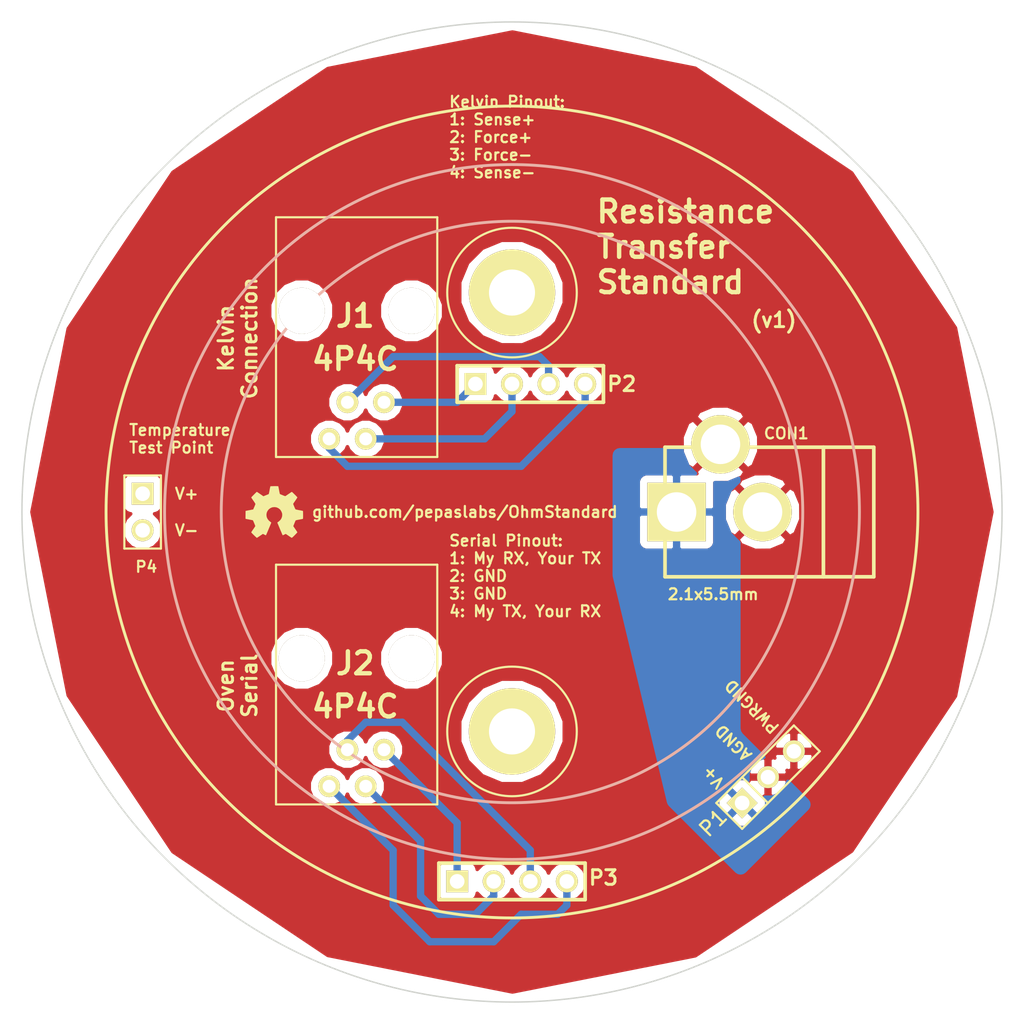
<source format=kicad_pcb>
(kicad_pcb (version 3) (host pcbnew "(2013-07-07 BZR 4022)-stable")

  (general
    (links 12)
    (no_connects 0)
    (area 185.42 133.985 256.540001 205.105001)
    (thickness 1.6)
    (drawings 17)
    (tracks 35)
    (zones 0)
    (modules 10)
    (nets 11)
  )

  (page A3)
  (layers
    (15 F.Cu signal)
    (0 B.Cu signal)
    (16 B.Adhes user)
    (17 F.Adhes user)
    (18 B.Paste user)
    (19 F.Paste user)
    (20 B.SilkS user)
    (21 F.SilkS user)
    (22 B.Mask user)
    (23 F.Mask user)
    (24 Dwgs.User user)
    (25 Cmts.User user)
    (26 Eco1.User user)
    (27 Eco2.User user)
    (28 Edge.Cuts user)
  )

  (setup
    (last_trace_width 0.254)
    (user_trace_width 0.508)
    (user_trace_width 1.016)
    (user_trace_width 1.524)
    (user_trace_width 2.032)
    (user_trace_width 2.54)
    (trace_clearance 0.254)
    (zone_clearance 0.508)
    (zone_45_only no)
    (trace_min 0.254)
    (segment_width 0.2)
    (edge_width 0.1)
    (via_size 0.889)
    (via_drill 0.635)
    (via_min_size 0.889)
    (via_min_drill 0.508)
    (uvia_size 0.508)
    (uvia_drill 0.127)
    (uvias_allowed no)
    (uvia_min_size 0.508)
    (uvia_min_drill 0.127)
    (pcb_text_width 0.3)
    (pcb_text_size 1.5 1.5)
    (mod_edge_width 0.15)
    (mod_text_size 1 1)
    (mod_text_width 0.15)
    (pad_size 1.5 1.5)
    (pad_drill 0.6)
    (pad_to_mask_clearance 0)
    (aux_axis_origin 185.42 133.985)
    (visible_elements 7FFFFFFF)
    (pcbplotparams
      (layerselection 284196865)
      (usegerberextensions true)
      (excludeedgelayer true)
      (linewidth 0.150000)
      (plotframeref false)
      (viasonmask false)
      (mode 1)
      (useauxorigin false)
      (hpglpennumber 1)
      (hpglpenspeed 20)
      (hpglpendiameter 15)
      (hpglpenoverlay 2)
      (psnegative false)
      (psa4output false)
      (plotreference true)
      (plotvalue true)
      (plotothertext true)
      (plotinvisibletext false)
      (padsonsilk false)
      (subtractmaskfromsilk false)
      (outputformat 1)
      (mirror false)
      (drillshape 0)
      (scaleselection 1)
      (outputdirectory gerbers/))
  )

  (net 0 "")
  (net 1 GND)
  (net 2 N-000001)
  (net 3 N-0000010)
  (net 4 N-0000012)
  (net 5 N-0000013)
  (net 6 N-0000014)
  (net 7 N-000004)
  (net 8 N-000007)
  (net 9 N-000008)
  (net 10 N-000009)

  (net_class Default "This is the default net class."
    (clearance 0.254)
    (trace_width 0.254)
    (via_dia 0.889)
    (via_drill 0.635)
    (uvia_dia 0.508)
    (uvia_drill 0.127)
    (add_net "")
    (add_net GND)
    (add_net N-000001)
    (add_net N-0000010)
    (add_net N-0000012)
    (add_net N-0000013)
    (add_net N-0000014)
    (add_net N-000004)
    (add_net N-000007)
    (add_net N-000008)
    (add_net N-000009)
  )

  (module PIN_ARRAY_4x1 (layer F.Cu) (tedit 53913B21) (tstamp 53910166)
    (at 220.98 195.199)
    (descr "Double rangee de contacts 2 x 5 pins")
    (tags CONN)
    (path /5390FFE4)
    (fp_text reference P3 (at 6.35 -0.254) (layer F.SilkS)
      (effects (font (size 1.016 1.016) (thickness 0.2032)))
    )
    (fp_text value CONN_4 (at 0 2.54) (layer F.SilkS) hide
      (effects (font (size 1.016 1.016) (thickness 0.2032)))
    )
    (fp_line (start 5.08 1.27) (end -5.08 1.27) (layer F.SilkS) (width 0.254))
    (fp_line (start 5.08 -1.27) (end -5.08 -1.27) (layer F.SilkS) (width 0.254))
    (fp_line (start -5.08 -1.27) (end -5.08 1.27) (layer F.SilkS) (width 0.254))
    (fp_line (start 5.08 1.27) (end 5.08 -1.27) (layer F.SilkS) (width 0.254))
    (pad 1 thru_hole rect (at -3.81 0) (size 1.524 1.524) (drill 1.016)
      (layers *.Cu *.Mask F.SilkS)
      (net 8 N-000007)
    )
    (pad 2 thru_hole circle (at -1.27 0) (size 1.524 1.524) (drill 1.016)
      (layers *.Cu *.Mask F.SilkS)
      (net 9 N-000008)
    )
    (pad 3 thru_hole circle (at 1.27 0) (size 1.524 1.524) (drill 1.016)
      (layers *.Cu *.Mask F.SilkS)
      (net 10 N-000009)
    )
    (pad 4 thru_hole circle (at 3.81 0) (size 1.524 1.524) (drill 1.016)
      (layers *.Cu *.Mask F.SilkS)
      (net 3 N-0000010)
    )
    (model pin_array\pins_array_4x1.wrl
      (at (xyz 0 0 0))
      (scale (xyz 1 1 1))
      (rotate (xyz 0 0 0))
    )
  )

  (module PIN_ARRAY_4x1 (layer F.Cu) (tedit 53913B15) (tstamp 53910172)
    (at 222.25 160.655)
    (descr "Double rangee de contacts 2 x 5 pins")
    (tags CONN)
    (path /5390FFFB)
    (fp_text reference P2 (at 6.35 0) (layer F.SilkS)
      (effects (font (size 1.016 1.016) (thickness 0.2032)))
    )
    (fp_text value CONN_4 (at 0 2.54) (layer F.SilkS) hide
      (effects (font (size 1.016 1.016) (thickness 0.2032)))
    )
    (fp_line (start 5.08 1.27) (end -5.08 1.27) (layer F.SilkS) (width 0.254))
    (fp_line (start 5.08 -1.27) (end -5.08 -1.27) (layer F.SilkS) (width 0.254))
    (fp_line (start -5.08 -1.27) (end -5.08 1.27) (layer F.SilkS) (width 0.254))
    (fp_line (start 5.08 1.27) (end 5.08 -1.27) (layer F.SilkS) (width 0.254))
    (pad 1 thru_hole rect (at -3.81 0) (size 1.524 1.524) (drill 1.016)
      (layers *.Cu *.Mask F.SilkS)
      (net 4 N-0000012)
    )
    (pad 2 thru_hole circle (at -1.27 0) (size 1.524 1.524) (drill 1.016)
      (layers *.Cu *.Mask F.SilkS)
      (net 5 N-0000013)
    )
    (pad 3 thru_hole circle (at 1.27 0) (size 1.524 1.524) (drill 1.016)
      (layers *.Cu *.Mask F.SilkS)
      (net 6 N-0000014)
    )
    (pad 4 thru_hole circle (at 3.81 0) (size 1.524 1.524) (drill 1.016)
      (layers *.Cu *.Mask F.SilkS)
      (net 2 N-000001)
    )
    (model pin_array\pins_array_4x1.wrl
      (at (xyz 0 0 0))
      (scale (xyz 1 1 1))
      (rotate (xyz 0 0 0))
    )
  )

  (module hole_M3 (layer F.Cu) (tedit 532CF1F1) (tstamp 53910182)
    (at 220.98 154.305)
    (descr "M3 mounting hole")
    (path /539100E7)
    (fp_text reference H1 (at 0 -3.048) (layer F.SilkS) hide
      (effects (font (size 1.016 1.016) (thickness 0.254)))
    )
    (fp_text value HOLE (at 0 2.794) (layer F.SilkS) hide
      (effects (font (size 1.016 1.016) (thickness 0.254)))
    )
    (fp_circle (center 0 0) (end 4.5 0) (layer F.SilkS) (width 0.15))
    (pad 1 thru_hole circle (at 0 0) (size 6 6) (drill 3.2)
      (layers *.Cu *.Mask F.SilkS)
    )
  )

  (module hole_M3 (layer F.Cu) (tedit 532CF1F1) (tstamp 53910188)
    (at 220.98 184.785)
    (descr "M3 mounting hole")
    (path /539100F6)
    (fp_text reference H2 (at 0 -3.048) (layer F.SilkS) hide
      (effects (font (size 1.016 1.016) (thickness 0.254)))
    )
    (fp_text value HOLE (at 0 2.794) (layer F.SilkS) hide
      (effects (font (size 1.016 1.016) (thickness 0.254)))
    )
    (fp_circle (center 0 0) (end 4.5 0) (layer F.SilkS) (width 0.15))
    (pad 1 thru_hole circle (at 0 0) (size 6 6) (drill 3.2)
      (layers *.Cu *.Mask F.SilkS)
    )
  )

  (module BARREL_JACK_21x55 (layer F.Cu) (tedit 539142A2) (tstamp 53910195)
    (at 232.41 169.545 180)
    (descr "DC Barrel Jack, 2.1x5.5mm")
    (tags "Power Jack")
    (path /5390FEE5)
    (fp_text reference CON1 (at -7.62 5.461 180) (layer F.SilkS)
      (effects (font (size 0.762 0.762) (thickness 0.1524)))
    )
    (fp_text value BARREL_JACK (at -4.445 -5.334 180) (layer F.SilkS) hide
      (effects (font (size 1.016 1.016) (thickness 0.2032)))
    )
    (fp_text user 2.1x5.5mm (at -2.54 -5.715 180) (layer F.SilkS)
      (effects (font (size 0.762 0.762) (thickness 0.1524)))
    )
    (fp_line (start -10.1981 -4.50088) (end -10.1981 4.50088) (layer F.SilkS) (width 0.254))
    (fp_line (start -13.69822 -4.50088) (end -13.69822 4.50088) (layer F.SilkS) (width 0.254))
    (fp_line (start -13.69822 4.50088) (end 0.80264 4.50088) (layer F.SilkS) (width 0.254))
    (fp_line (start 0.80264 4.50088) (end 0.80264 -4.50088) (layer F.SilkS) (width 0.254))
    (fp_line (start 0.80264 -4.50088) (end -13.69822 -4.50088) (layer F.SilkS) (width 0.254))
    (pad 1 thru_hole rect (at 0 0 180) (size 4.064 4.064) (drill 2.7432)
      (layers *.Cu *.Mask F.SilkS)
      (net 7 N-000004)
    )
    (pad 2 thru_hole circle (at -5.969 0 180) (size 4.064 4.064) (drill 2.7432)
      (layers *.Cu *.Mask F.SilkS)
      (net 1 GND)
    )
    (pad 3 thru_hole circle (at -3.048 4.699 180) (size 4.064 4.064) (drill 2.7432)
      (layers *.Cu *.Mask F.SilkS)
      (net 1 GND)
    )
  )

  (module A-2014-3-4-N-T-R (layer F.Cu) (tedit 538E6F12) (tstamp 539101A3)
    (at 212.09 161.925 180)
    (path /5390FF87)
    (fp_text reference J1 (at 2 6 180) (layer F.SilkS)
      (effects (font (size 1.524 1.524) (thickness 0.3048)))
    )
    (fp_text value 4P4C (at 2 3 180) (layer F.SilkS)
      (effects (font (size 1.524 1.524) (thickness 0.3048)))
    )
    (fp_line (start -3.7 -3.8) (end -3.7 12.85) (layer F.SilkS) (width 0.15))
    (fp_line (start 7.5 -3.8) (end 7.5 12.85) (layer F.SilkS) (width 0.15))
    (fp_line (start -3.7 -3.8) (end 7.5 -3.8) (layer F.SilkS) (width 0.15))
    (fp_line (start -3.7 12.85) (end 7.5 12.85) (layer F.SilkS) (width 0.15))
    (pad 2 thru_hole circle (at 1.27 -2.54 180) (size 1.5 1.5) (drill 0.9)
      (layers *.Cu *.Mask F.SilkS)
      (net 5 N-0000013)
    )
    (pad 4 thru_hole circle (at 3.81 -2.54 180) (size 1.5 1.5) (drill 0.9)
      (layers *.Cu *.Mask F.SilkS)
      (net 2 N-000001)
    )
    (pad 1 thru_hole circle (at 0 0 180) (size 1.5 1.5) (drill 0.9)
      (layers *.Cu *.Mask F.SilkS)
      (net 4 N-0000012)
    )
    (pad 3 thru_hole circle (at 2.54 0 180) (size 1.5 1.5) (drill 0.9)
      (layers *.Cu *.Mask F.SilkS)
      (net 6 N-0000014)
    )
    (pad 6 thru_hole circle (at 5.71 6.35 180) (size 3.2 3.2) (drill 3.2)
      (layers *.Cu *.Mask F.SilkS)
    )
    (pad 5 thru_hole circle (at -1.91 6.35 180) (size 3.2 3.2) (drill 3.2)
      (layers *.Cu *.Mask F.SilkS)
    )
  )

  (module A-2014-3-4-N-T-R (layer F.Cu) (tedit 538E6F12) (tstamp 539101B1)
    (at 212.09 186.055 180)
    (path /5390FF96)
    (fp_text reference J2 (at 2 6 180) (layer F.SilkS)
      (effects (font (size 1.524 1.524) (thickness 0.3048)))
    )
    (fp_text value 4P4C (at 2 3 180) (layer F.SilkS)
      (effects (font (size 1.524 1.524) (thickness 0.3048)))
    )
    (fp_line (start -3.7 -3.8) (end -3.7 12.85) (layer F.SilkS) (width 0.15))
    (fp_line (start 7.5 -3.8) (end 7.5 12.85) (layer F.SilkS) (width 0.15))
    (fp_line (start -3.7 -3.8) (end 7.5 -3.8) (layer F.SilkS) (width 0.15))
    (fp_line (start -3.7 12.85) (end 7.5 12.85) (layer F.SilkS) (width 0.15))
    (pad 2 thru_hole circle (at 1.27 -2.54 180) (size 1.5 1.5) (drill 0.9)
      (layers *.Cu *.Mask F.SilkS)
      (net 9 N-000008)
    )
    (pad 4 thru_hole circle (at 3.81 -2.54 180) (size 1.5 1.5) (drill 0.9)
      (layers *.Cu *.Mask F.SilkS)
      (net 3 N-0000010)
    )
    (pad 1 thru_hole circle (at 0 0 180) (size 1.5 1.5) (drill 0.9)
      (layers *.Cu *.Mask F.SilkS)
      (net 8 N-000007)
    )
    (pad 3 thru_hole circle (at 2.54 0 180) (size 1.5 1.5) (drill 0.9)
      (layers *.Cu *.Mask F.SilkS)
      (net 10 N-000009)
    )
    (pad 6 thru_hole circle (at 5.71 6.35 180) (size 3.2 3.2) (drill 3.2)
      (layers *.Cu *.Mask F.SilkS)
    )
    (pad 5 thru_hole circle (at -1.91 6.35 180) (size 3.2 3.2) (drill 3.2)
      (layers *.Cu *.Mask F.SilkS)
    )
  )

  (module PIN_ARRAY_3X1 (layer F.Cu) (tedit 539141F1) (tstamp 53912732)
    (at 238.76 187.96 45)
    (descr "Connecteur 3 pins")
    (tags "CONN DEV")
    (path /539126EB)
    (fp_text reference P1 (at -4.939141 -0.449013 45) (layer F.SilkS)
      (effects (font (size 1.016 1.016) (thickness 0.1524)))
    )
    (fp_text value CONN_3 (at 0 -2.159 45) (layer F.SilkS) hide
      (effects (font (size 1.016 1.016) (thickness 0.1524)))
    )
    (fp_line (start -3.81 1.27) (end -3.81 -1.27) (layer F.SilkS) (width 0.1524))
    (fp_line (start -3.81 -1.27) (end 3.81 -1.27) (layer F.SilkS) (width 0.1524))
    (fp_line (start 3.81 -1.27) (end 3.81 1.27) (layer F.SilkS) (width 0.1524))
    (fp_line (start 3.81 1.27) (end -3.81 1.27) (layer F.SilkS) (width 0.1524))
    (fp_line (start -1.27 -1.27) (end -1.27 1.27) (layer F.SilkS) (width 0.1524))
    (pad 1 thru_hole rect (at -2.54 0 45) (size 1.524 1.524) (drill 1.016)
      (layers *.Cu *.Mask F.SilkS)
      (net 7 N-000004)
    )
    (pad 2 thru_hole circle (at 0 0 45) (size 1.524 1.524) (drill 1.016)
      (layers *.Cu *.Mask F.SilkS)
      (net 1 GND)
    )
    (pad 3 thru_hole circle (at 2.54 0 45) (size 1.524 1.524) (drill 1.016)
      (layers *.Cu *.Mask F.SilkS)
      (net 1 GND)
    )
    (model pin_array/pins_array_3x1.wrl
      (at (xyz 0 0 0))
      (scale (xyz 1 1 1))
      (rotate (xyz 0 0 0))
    )
  )

  (module PIN_ARRAY_2X1 (layer F.Cu) (tedit 53914204) (tstamp 53913218)
    (at 195.326 169.545 270)
    (descr "Connecteurs 2 pins")
    (tags "CONN DEV")
    (path /539131C2)
    (fp_text reference P4 (at 3.81 -0.254 360) (layer F.SilkS)
      (effects (font (size 0.762 0.762) (thickness 0.1524)))
    )
    (fp_text value CONN_2 (at 0 -1.905 270) (layer F.SilkS) hide
      (effects (font (size 0.762 0.762) (thickness 0.1524)))
    )
    (fp_line (start -2.54 1.27) (end -2.54 -1.27) (layer F.SilkS) (width 0.1524))
    (fp_line (start -2.54 -1.27) (end 2.54 -1.27) (layer F.SilkS) (width 0.1524))
    (fp_line (start 2.54 -1.27) (end 2.54 1.27) (layer F.SilkS) (width 0.1524))
    (fp_line (start 2.54 1.27) (end -2.54 1.27) (layer F.SilkS) (width 0.1524))
    (pad 1 thru_hole rect (at -1.27 0 270) (size 1.524 1.524) (drill 1.016)
      (layers *.Cu *.Mask F.SilkS)
    )
    (pad 2 thru_hole circle (at 1.27 0 270) (size 1.524 1.524) (drill 1.016)
      (layers *.Cu *.Mask F.SilkS)
    )
    (model pin_array/pins_array_2x1.wrl
      (at (xyz 0 0 0))
      (scale (xyz 1 1 1))
      (rotate (xyz 0 0 0))
    )
  )

  (module OSHW-logo_silkscreen-front_4mm (layer F.Cu) (tedit 0) (tstamp 5391A028)
    (at 204.47 169.545)
    (fp_text reference G*** (at 0 2.1209) (layer F.SilkS) hide
      (effects (font (size 0.18034 0.18034) (thickness 0.03556)))
    )
    (fp_text value OSHW-logo_silkscreen-front_4mm (at 0 -2.1209) (layer F.SilkS) hide
      (effects (font (size 0.18034 0.18034) (thickness 0.03556)))
    )
    (fp_poly (pts (xy -1.21158 1.79578) (xy -1.19126 1.78562) (xy -1.143 1.75514) (xy -1.07696 1.71196)
      (xy -0.99822 1.65862) (xy -0.91948 1.60528) (xy -0.85344 1.5621) (xy -0.80772 1.53162)
      (xy -0.78994 1.52146) (xy -0.77978 1.524) (xy -0.74168 1.54432) (xy -0.6858 1.57226)
      (xy -0.65532 1.5875) (xy -0.60452 1.61036) (xy -0.57912 1.61544) (xy -0.57658 1.60782)
      (xy -0.55626 1.56972) (xy -0.52832 1.50368) (xy -0.49022 1.41732) (xy -0.44704 1.31572)
      (xy -0.40132 1.2065) (xy -0.3556 1.09474) (xy -0.30988 0.98806) (xy -0.27178 0.89154)
      (xy -0.23876 0.81534) (xy -0.21844 0.75946) (xy -0.21082 0.7366) (xy -0.21336 0.73152)
      (xy -0.23876 0.70866) (xy -0.28194 0.67564) (xy -0.37846 0.5969) (xy -0.4699 0.48006)
      (xy -0.52832 0.34798) (xy -0.5461 0.20066) (xy -0.53086 0.06604) (xy -0.47752 -0.0635)
      (xy -0.38608 -0.18288) (xy -0.27432 -0.26924) (xy -0.14478 -0.32512) (xy 0 -0.3429)
      (xy 0.1397 -0.32766) (xy 0.27178 -0.27432) (xy 0.39116 -0.18542) (xy 0.43942 -0.127)
      (xy 0.508 -0.00762) (xy 0.54864 0.11938) (xy 0.55118 0.14986) (xy 0.5461 0.2921)
      (xy 0.50546 0.42672) (xy 0.4318 0.5461) (xy 0.32766 0.64516) (xy 0.31496 0.65532)
      (xy 0.2667 0.69088) (xy 0.23622 0.71374) (xy 0.21082 0.73406) (xy 0.38862 1.16586)
      (xy 0.41656 1.23444) (xy 0.46736 1.35128) (xy 0.51054 1.45288) (xy 0.54356 1.53416)
      (xy 0.56896 1.5875) (xy 0.57912 1.61036) (xy 0.57912 1.61036) (xy 0.59436 1.6129)
      (xy 0.62738 1.6002) (xy 0.68834 1.57226) (xy 0.72898 1.55194) (xy 0.7747 1.52908)
      (xy 0.79502 1.52146) (xy 0.8128 1.53162) (xy 0.85598 1.55956) (xy 0.91948 1.60274)
      (xy 0.99568 1.65354) (xy 1.06934 1.70434) (xy 1.13792 1.75006) (xy 1.18618 1.78054)
      (xy 1.21158 1.79324) (xy 1.21412 1.79324) (xy 1.23444 1.78054) (xy 1.27508 1.75006)
      (xy 1.3335 1.69418) (xy 1.41478 1.6129) (xy 1.42748 1.6002) (xy 1.49606 1.52908)
      (xy 1.55194 1.47066) (xy 1.59004 1.43002) (xy 1.60274 1.41224) (xy 1.60274 1.41224)
      (xy 1.59004 1.38684) (xy 1.55956 1.33858) (xy 1.51384 1.27) (xy 1.4605 1.19126)
      (xy 1.31826 0.98298) (xy 1.397 0.7874) (xy 1.41986 0.72898) (xy 1.45034 0.65532)
      (xy 1.4732 0.60452) (xy 1.4859 0.58166) (xy 1.50622 0.57404) (xy 1.55956 0.56134)
      (xy 1.6383 0.54356) (xy 1.72974 0.52832) (xy 1.81864 0.51054) (xy 1.89738 0.4953)
      (xy 1.9558 0.48514) (xy 1.9812 0.48006) (xy 1.98628 0.47498) (xy 1.99136 0.46228)
      (xy 1.99644 0.43688) (xy 1.99644 0.38862) (xy 1.99898 0.31242) (xy 1.99898 0.20066)
      (xy 1.99898 0.1905) (xy 1.99644 0.08382) (xy 1.99644 0) (xy 1.9939 -0.05334)
      (xy 1.98882 -0.07366) (xy 1.98882 -0.07366) (xy 1.96342 -0.08128) (xy 1.90754 -0.09144)
      (xy 1.8288 -0.10922) (xy 1.73228 -0.127) (xy 1.7272 -0.127) (xy 1.63322 -0.14478)
      (xy 1.55448 -0.16256) (xy 1.4986 -0.17526) (xy 1.47574 -0.18288) (xy 1.47066 -0.18796)
      (xy 1.45034 -0.22606) (xy 1.4224 -0.28448) (xy 1.39192 -0.3556) (xy 1.36144 -0.42926)
      (xy 1.3335 -0.49784) (xy 1.31572 -0.5461) (xy 1.31064 -0.56896) (xy 1.31064 -0.56896)
      (xy 1.32588 -0.59182) (xy 1.3589 -0.64262) (xy 1.40462 -0.70866) (xy 1.4605 -0.78994)
      (xy 1.46304 -0.79756) (xy 1.51892 -0.8763) (xy 1.5621 -0.94488) (xy 1.59258 -0.99314)
      (xy 1.60274 -1.01346) (xy 1.60274 -1.016) (xy 1.58496 -1.03886) (xy 1.54432 -1.08458)
      (xy 1.4859 -1.14554) (xy 1.41478 -1.21666) (xy 1.39192 -1.23698) (xy 1.31572 -1.31318)
      (xy 1.26238 -1.36398) (xy 1.22682 -1.38938) (xy 1.21158 -1.397) (xy 1.21158 -1.39446)
      (xy 1.18618 -1.38176) (xy 1.13538 -1.34874) (xy 1.0668 -1.30048) (xy 0.98552 -1.24714)
      (xy 0.98044 -1.24206) (xy 0.9017 -1.18872) (xy 0.83566 -1.143) (xy 0.7874 -1.11252)
      (xy 0.76708 -1.09982) (xy 0.762 -1.09982) (xy 0.73152 -1.10998) (xy 0.6731 -1.12776)
      (xy 0.60452 -1.1557) (xy 0.53086 -1.18618) (xy 0.46228 -1.21412) (xy 0.41148 -1.23698)
      (xy 0.38862 -1.24968) (xy 0.38862 -1.25222) (xy 0.37846 -1.28016) (xy 0.36576 -1.34112)
      (xy 0.34798 -1.4224) (xy 0.3302 -1.52146) (xy 0.32766 -1.5367) (xy 0.30988 -1.63068)
      (xy 0.29464 -1.70942) (xy 0.28194 -1.7653) (xy 0.27686 -1.78816) (xy 0.26416 -1.7907)
      (xy 0.2159 -1.79324) (xy 0.14478 -1.79578) (xy 0.05842 -1.79578) (xy -0.03048 -1.79578)
      (xy -0.11684 -1.79324) (xy -0.19304 -1.7907) (xy -0.24638 -1.78816) (xy -0.26924 -1.78308)
      (xy -0.27178 -1.78054) (xy -0.2794 -1.7526) (xy -0.2921 -1.69164) (xy -0.30988 -1.61036)
      (xy -0.32766 -1.5113) (xy -0.3302 -1.49352) (xy -0.34798 -1.39954) (xy -0.36576 -1.3208)
      (xy -0.37592 -1.26746) (xy -0.38354 -1.24714) (xy -0.39116 -1.24206) (xy -0.42926 -1.22428)
      (xy -0.49276 -1.19888) (xy -0.57404 -1.16586) (xy -0.75692 -1.0922) (xy -0.98044 -1.24714)
      (xy -1.00076 -1.25984) (xy -1.08204 -1.31572) (xy -1.14808 -1.3589) (xy -1.1938 -1.38938)
      (xy -1.21412 -1.39954) (xy -1.21412 -1.39954) (xy -1.23698 -1.37922) (xy -1.2827 -1.33858)
      (xy -1.34366 -1.27762) (xy -1.41224 -1.20904) (xy -1.46558 -1.1557) (xy -1.52654 -1.0922)
      (xy -1.56718 -1.05156) (xy -1.5875 -1.02362) (xy -1.59512 -1.00584) (xy -1.59258 -0.99568)
      (xy -1.57988 -0.97282) (xy -1.54686 -0.92456) (xy -1.50114 -0.85598) (xy -1.44526 -0.77724)
      (xy -1.39954 -0.70866) (xy -1.35128 -0.635) (xy -1.3208 -0.58166) (xy -1.3081 -0.55372)
      (xy -1.31064 -0.54356) (xy -1.32842 -0.50038) (xy -1.35382 -0.4318) (xy -1.38684 -0.35306)
      (xy -1.46558 -0.17526) (xy -1.58242 -0.15494) (xy -1.65354 -0.1397) (xy -1.7526 -0.12192)
      (xy -1.84658 -0.10414) (xy -1.9939 -0.07366) (xy -1.99898 0.46482) (xy -1.97612 0.47498)
      (xy -1.95326 0.4826) (xy -1.89992 0.49276) (xy -1.82118 0.508) (xy -1.72974 0.52578)
      (xy -1.651 0.54102) (xy -1.57226 0.55626) (xy -1.51638 0.56642) (xy -1.49098 0.5715)
      (xy -1.48336 0.58166) (xy -1.46304 0.61976) (xy -1.4351 0.68072) (xy -1.40462 0.75438)
      (xy -1.37414 0.82804) (xy -1.3462 0.89916) (xy -1.32588 0.9525) (xy -1.31826 0.98044)
      (xy -1.32842 1.00076) (xy -1.3589 1.04648) (xy -1.40208 1.11252) (xy -1.45542 1.19126)
      (xy -1.5113 1.27) (xy -1.55448 1.33858) (xy -1.5875 1.38684) (xy -1.6002 1.40716)
      (xy -1.59258 1.4224) (xy -1.5621 1.4605) (xy -1.50368 1.52146) (xy -1.41478 1.61036)
      (xy -1.39954 1.62306) (xy -1.33096 1.69164) (xy -1.27 1.74498) (xy -1.22936 1.78308)
      (xy -1.21158 1.79578)) (layer F.SilkS) (width 0.00254))
  )

  (gr_circle (center 220.98 169.545) (end 255.016 169.545) (layer Edge.Cuts) (width 0.1))
  (gr_text V- (at 197.485 170.815) (layer F.SilkS)
    (effects (font (size 0.762 0.762) (thickness 0.1524)) (justify left))
  )
  (gr_text V+ (at 197.485 168.275) (layer F.SilkS)
    (effects (font (size 0.762 0.762) (thickness 0.1524)) (justify left))
  )
  (gr_text "Temperature\nTest Point" (at 194.31 164.465) (layer F.SilkS)
    (effects (font (size 0.762 0.762) (thickness 0.1524)) (justify left))
  )
  (gr_text "(v1)" (at 237.49 156.21) (layer F.SilkS)
    (effects (font (size 1.016 1.016) (thickness 0.2032)) (justify left))
  )
  (gr_text PWRGND (at 239.395 184.785 135) (layer F.SilkS)
    (effects (font (size 0.762 0.762) (thickness 0.1524)) (justify left))
  )
  (gr_text AGND (at 237.49 186.69 135) (layer F.SilkS)
    (effects (font (size 0.762 0.762) (thickness 0.1524)) (justify left))
  )
  (gr_text V+ (at 235.585 188.595 135) (layer F.SilkS)
    (effects (font (size 0.762 0.762) (thickness 0.1524)) (justify left))
  )
  (gr_text "Oven\nSerial" (at 201.93 181.61 90) (layer F.SilkS)
    (effects (font (size 1.016 1.016) (thickness 0.2032)))
  )
  (gr_text "Kelvin\nConnection" (at 201.93 157.48 90) (layer F.SilkS)
    (effects (font (size 1.016 1.016) (thickness 0.2032)))
  )
  (gr_text github.com/pepaslabs/OhmStandard (at 207.01 169.545) (layer F.SilkS)
    (effects (font (size 0.762 0.762) (thickness 0.1524)) (justify left))
  )
  (gr_text "Resistance\nTransfer\nStandard" (at 226.695 151.13) (layer F.SilkS)
    (effects (font (size 1.524 1.524) (thickness 0.3048)) (justify left))
  )
  (gr_text "Serial Pinout:\n1: My RX, Your TX\n2: GND\n3: GND\n4: My TX, Your RX" (at 216.535 173.99) (layer F.SilkS)
    (effects (font (size 0.762 0.762) (thickness 0.1524)) (justify left))
  )
  (gr_text "Kelvin Pinout:\n1: Sense+\n2: Force+\n3: Force-\n4: Sense-" (at 216.535 143.51) (layer F.SilkS)
    (effects (font (size 0.762 0.762) (thickness 0.1524)) (justify left))
  )
  (gr_circle (center 220.98 169.545) (end 200.787 169.545) (layer B.SilkS) (width 0.2))
  (gr_circle (center 220.98 169.545) (end 196.85 169.545) (layer B.SilkS) (width 0.2))
  (gr_circle (center 220.98 169.545) (end 249.174 169.545) (layer F.SilkS) (width 0.2))

  (segment (start 208.28 164.465) (end 208.28 165.1) (width 0.508) (layer B.Cu) (net 2))
  (segment (start 226.06 161.925) (end 226.06 160.655) (width 0.508) (layer B.Cu) (net 2) (tstamp 5391A044))
  (segment (start 221.615 166.37) (end 226.06 161.925) (width 0.508) (layer B.Cu) (net 2) (tstamp 5391A042))
  (segment (start 209.55 166.37) (end 221.615 166.37) (width 0.508) (layer B.Cu) (net 2) (tstamp 5391A041))
  (segment (start 208.28 165.1) (end 209.55 166.37) (width 0.508) (layer B.Cu) (net 2) (tstamp 5391A040))
  (segment (start 208.28 188.595) (end 212.725 193.04) (width 0.508) (layer B.Cu) (net 3))
  (segment (start 224.79 196.85) (end 224.79 195.199) (width 0.508) (layer B.Cu) (net 3) (tstamp 5391A05A))
  (segment (start 224.155 197.485) (end 224.79 196.85) (width 0.508) (layer B.Cu) (net 3) (tstamp 5391A059))
  (segment (start 221.615 197.485) (end 224.155 197.485) (width 0.508) (layer B.Cu) (net 3) (tstamp 5391A058))
  (segment (start 219.71 199.39) (end 221.615 197.485) (width 0.508) (layer B.Cu) (net 3) (tstamp 5391A057))
  (segment (start 215.265 199.39) (end 219.71 199.39) (width 0.508) (layer B.Cu) (net 3) (tstamp 5391A055))
  (segment (start 212.725 196.85) (end 215.265 199.39) (width 0.508) (layer B.Cu) (net 3) (tstamp 5391A054))
  (segment (start 212.725 193.04) (end 212.725 196.85) (width 0.508) (layer B.Cu) (net 3) (tstamp 5391A053))
  (segment (start 212.09 161.925) (end 217.17 161.925) (width 0.508) (layer B.Cu) (net 4))
  (segment (start 217.17 161.925) (end 218.44 160.655) (width 0.508) (layer B.Cu) (net 4) (tstamp 5391A033))
  (segment (start 210.82 164.465) (end 219.075 164.465) (width 0.508) (layer B.Cu) (net 5))
  (segment (start 220.98 162.56) (end 220.98 160.655) (width 0.508) (layer B.Cu) (net 5) (tstamp 5391A037))
  (segment (start 219.075 164.465) (end 220.98 162.56) (width 0.508) (layer B.Cu) (net 5) (tstamp 5391A036))
  (segment (start 209.55 161.925) (end 212.725 158.75) (width 0.508) (layer B.Cu) (net 6))
  (segment (start 223.52 159.385) (end 223.52 160.655) (width 0.508) (layer B.Cu) (net 6) (tstamp 5391A03D))
  (segment (start 222.885 158.75) (end 223.52 159.385) (width 0.508) (layer B.Cu) (net 6) (tstamp 5391A03C))
  (segment (start 212.725 158.75) (end 222.885 158.75) (width 0.508) (layer B.Cu) (net 6) (tstamp 5391A03A))
  (segment (start 212.09 186.055) (end 217.17 191.135) (width 0.508) (layer B.Cu) (net 8))
  (segment (start 217.17 191.135) (end 217.17 195.199) (width 0.508) (layer B.Cu) (net 8) (tstamp 5391A047))
  (segment (start 210.82 188.595) (end 214.63 192.405) (width 0.508) (layer B.Cu) (net 9))
  (segment (start 219.71 196.215) (end 219.71 195.199) (width 0.508) (layer B.Cu) (net 9) (tstamp 5391A050))
  (segment (start 218.44 197.485) (end 219.71 196.215) (width 0.508) (layer B.Cu) (net 9) (tstamp 5391A04F))
  (segment (start 215.9 197.485) (end 218.44 197.485) (width 0.508) (layer B.Cu) (net 9) (tstamp 5391A04E))
  (segment (start 214.63 196.215) (end 215.9 197.485) (width 0.508) (layer B.Cu) (net 9) (tstamp 5391A04D))
  (segment (start 214.63 192.405) (end 214.63 196.215) (width 0.508) (layer B.Cu) (net 9) (tstamp 5391A04B))
  (segment (start 209.55 186.055) (end 209.55 185.42) (width 0.508) (layer B.Cu) (net 10))
  (segment (start 222.25 193.04) (end 222.25 195.199) (width 0.508) (layer B.Cu) (net 10) (tstamp 5391A061))
  (segment (start 213.36 184.15) (end 222.25 193.04) (width 0.508) (layer B.Cu) (net 10) (tstamp 5391A05F))
  (segment (start 210.82 184.15) (end 213.36 184.15) (width 0.508) (layer B.Cu) (net 10) (tstamp 5391A05E))
  (segment (start 209.55 185.42) (end 210.82 184.15) (width 0.508) (layer B.Cu) (net 10) (tstamp 5391A05D))

  (zone (net 1) (net_name GND) (layer F.Cu) (tstamp 53923503) (hatch edge 0.508)
    (connect_pads (clearance 0.508))
    (min_thickness 0.254)
    (fill (arc_segments 16) (thermal_gap 0.508) (thermal_bridge_width 0.508) (smoothing fillet) (radius 0.508))
    (polygon
      (pts
        (xy 256.54 205.105) (xy 185.42 205.105) (xy 185.42 133.985) (xy 256.54 133.985)
      )
    )
    (filled_polygon
      (pts
        (xy 254.305886 169.545) (xy 251.773938 182.332274) (xy 244.570233 193.093041) (xy 241.937411 194.855561) (xy 241.937411 186.511318)
        (xy 241.937411 185.81658) (xy 241.699329 185.314398) (xy 241.287193 184.941553) (xy 241.049877 184.843253) (xy 241.049877 170.055612)
        (xy 241.041972 168.994644) (xy 240.651166 168.051155) (xy 240.27712 167.826485) (xy 240.097515 168.00609) (xy 240.097515 167.64688)
        (xy 239.872845 167.272834) (xy 238.889612 166.874123) (xy 238.128877 166.879791) (xy 238.128877 165.356612) (xy 238.120972 164.295644)
        (xy 237.730166 163.352155) (xy 237.35612 163.127485) (xy 237.176515 163.30709) (xy 237.176515 162.94788) (xy 236.951845 162.573834)
        (xy 235.968612 162.175123) (xy 234.907644 162.183028) (xy 233.964155 162.573834) (xy 233.739485 162.94788) (xy 235.458 164.666395)
        (xy 237.176515 162.94788) (xy 237.176515 163.30709) (xy 235.637605 164.846) (xy 237.35612 166.564515) (xy 237.730166 166.339845)
        (xy 238.128877 165.356612) (xy 238.128877 166.879791) (xy 237.828644 166.882028) (xy 237.176515 167.152148) (xy 237.176515 166.74412)
        (xy 235.458 165.025605) (xy 235.278395 165.20521) (xy 235.278395 164.846) (xy 233.55988 163.127485) (xy 233.185834 163.352155)
        (xy 232.787123 164.335388) (xy 232.795028 165.396356) (xy 233.185834 166.339845) (xy 233.55988 166.564515) (xy 235.278395 164.846)
        (xy 235.278395 165.20521) (xy 233.739485 166.74412) (xy 233.819833 166.87789) (xy 230.252245 166.87789) (xy 230.018771 166.974359)
        (xy 229.839987 167.152832) (xy 229.743111 167.386136) (xy 229.74289 167.638755) (xy 229.74289 171.702755) (xy 229.839359 171.936229)
        (xy 230.017832 172.115013) (xy 230.251136 172.211889) (xy 230.503755 172.21211) (xy 234.567755 172.21211) (xy 234.801229 172.115641)
        (xy 234.980013 171.937168) (xy 235.076889 171.703864) (xy 235.07711 171.451245) (xy 235.07711 167.51591) (xy 236.008356 167.508972)
        (xy 236.951845 167.118166) (xy 237.176515 166.74412) (xy 237.176515 167.152148) (xy 236.885155 167.272834) (xy 236.660485 167.64688)
        (xy 238.379 169.365395) (xy 240.097515 167.64688) (xy 240.097515 168.00609) (xy 238.558605 169.545) (xy 240.27712 171.263515)
        (xy 240.651166 171.038845) (xy 241.049877 170.055612) (xy 241.049877 184.843253) (xy 240.90342 184.782589) (xy 240.683051 184.90472)
        (xy 240.683051 186.036949) (xy 241.81528 186.036949) (xy 241.937411 185.81658) (xy 241.937411 186.511318) (xy 241.81528 186.290949)
        (xy 240.683051 186.290949) (xy 240.683051 187.423178) (xy 240.90342 187.545309) (xy 241.405602 187.307227) (xy 241.778447 186.895091)
        (xy 241.937411 186.511318) (xy 241.937411 194.855561) (xy 240.54191 195.789768) (xy 240.54191 186.357698) (xy 240.429051 186.244839)
        (xy 240.429051 186.036949) (xy 240.429051 184.90472) (xy 240.208682 184.782589) (xy 240.097515 184.835292) (xy 240.097515 171.44312)
        (xy 238.379 169.724605) (xy 238.199395 169.90421) (xy 238.199395 169.545) (xy 236.48088 167.826485) (xy 236.106834 168.051155)
        (xy 235.708123 169.034388) (xy 235.716028 170.095356) (xy 236.106834 171.038845) (xy 236.48088 171.263515) (xy 238.199395 169.545)
        (xy 238.199395 169.90421) (xy 236.660485 171.44312) (xy 236.885155 171.817166) (xy 237.868388 172.215877) (xy 238.929356 172.207972)
        (xy 239.872845 171.817166) (xy 240.097515 171.44312) (xy 240.097515 184.835292) (xy 239.7065 185.020671) (xy 239.333655 185.432807)
        (xy 239.174691 185.81658) (xy 239.296822 186.036949) (xy 240.429051 186.036949) (xy 240.429051 186.244839) (xy 240.362302 186.17809)
        (xy 240.249443 186.290949) (xy 239.296822 186.290949) (xy 239.174691 186.511318) (xy 239.230858 186.629791) (xy 239.107369 186.57864)
        (xy 238.887 186.700771) (xy 238.887 187.653392) (xy 238.774141 187.766251) (xy 238.953749 187.945859) (xy 239.066608 187.833)
        (xy 240.019229 187.833) (xy 240.14136 187.612631) (xy 240.085192 187.494157) (xy 240.208682 187.545309) (xy 240.429051 187.423178)
        (xy 240.429051 186.470557) (xy 240.54191 186.357698) (xy 240.54191 195.789768) (xy 240.429051 195.865321) (xy 240.14136 196.057913)
        (xy 240.14136 188.307369) (xy 240.019229 188.087) (xy 238.887 188.087) (xy 238.887 189.219229) (xy 239.107369 189.34136)
        (xy 239.609551 189.103278) (xy 239.982396 188.691142) (xy 240.14136 188.307369) (xy 240.14136 196.057913) (xy 238.745859 196.992119)
        (xy 238.745859 188.153749) (xy 238.633 188.04089) (xy 238.633 187.833) (xy 238.633 186.700771) (xy 238.412631 186.57864)
        (xy 237.910449 186.816722) (xy 237.537604 187.228858) (xy 237.37864 187.612631) (xy 237.500771 187.833) (xy 238.633 187.833)
        (xy 238.633 188.04089) (xy 238.566251 187.974141) (xy 238.453392 188.087) (xy 237.500771 188.087) (xy 237.418734 188.235024)
        (xy 237.324117 188.140407) (xy 237.090812 188.04353) (xy 236.838194 188.04331) (xy 236.604721 188.13978) (xy 236.425936 188.318252)
        (xy 235.348305 189.395883) (xy 235.251428 189.629188) (xy 235.251208 189.881806) (xy 235.347678 190.115279) (xy 235.52615 190.294064)
        (xy 236.603781 191.371695) (xy 236.837086 191.468572) (xy 237.089704 191.468792) (xy 237.323177 191.372322) (xy 237.501962 191.19385)
        (xy 238.579593 190.116219) (xy 238.67647 189.882914) (xy 238.67669 189.630296) (xy 238.58022 189.396823) (xy 238.484881 189.301317)
        (xy 238.633 189.219229) (xy 238.633 188.266608) (xy 238.745859 188.153749) (xy 238.745859 196.992119) (xy 238.67669 197.038424)
        (xy 233.712634 200.361571) (xy 227.457241 201.600172) (xy 227.457241 160.378339) (xy 227.245009 159.864697) (xy 226.85237 159.471372)
        (xy 226.339099 159.258244) (xy 225.783339 159.257759) (xy 225.269697 159.469991) (xy 224.876372 159.86263) (xy 224.79005 160.070514)
        (xy 224.705009 159.864697) (xy 224.615629 159.77516) (xy 224.615629 153.585126) (xy 224.063399 152.248628) (xy 223.04175 151.225195)
        (xy 221.706218 150.670633) (xy 220.260126 150.669371) (xy 218.923628 151.221601) (xy 217.900195 152.24325) (xy 217.345633 153.578782)
        (xy 217.344371 155.024874) (xy 217.896601 156.361372) (xy 218.91825 157.384805) (xy 220.253782 157.939367) (xy 221.699874 157.940629)
        (xy 223.036372 157.388399) (xy 224.059805 156.36675) (xy 224.614367 155.031218) (xy 224.615629 153.585126) (xy 224.615629 159.77516)
        (xy 224.31237 159.471372) (xy 223.799099 159.258244) (xy 223.243339 159.257759) (xy 222.729697 159.469991) (xy 222.336372 159.86263)
        (xy 222.25005 160.070514) (xy 222.165009 159.864697) (xy 221.77237 159.471372) (xy 221.259099 159.258244) (xy 220.703339 159.257759)
        (xy 220.189697 159.469991) (xy 219.83711 159.821963) (xy 219.83711 159.767245) (xy 219.740641 159.533771) (xy 219.562168 159.354987)
        (xy 219.328864 159.258111) (xy 219.076245 159.25789) (xy 217.552245 159.25789) (xy 217.318771 159.354359) (xy 217.139987 159.532832)
        (xy 217.043111 159.766136) (xy 217.04289 160.018755) (xy 217.04289 161.542755) (xy 217.139359 161.776229) (xy 217.317832 161.955013)
        (xy 217.551136 162.051889) (xy 217.803755 162.05211) (xy 219.327755 162.05211) (xy 219.561229 161.955641) (xy 219.740013 161.777168)
        (xy 219.836889 161.543864) (xy 219.836938 161.487323) (xy 220.18763 161.838628) (xy 220.700901 162.051756) (xy 221.256661 162.052241)
        (xy 221.770303 161.840009) (xy 222.163628 161.44737) (xy 222.249949 161.239485) (xy 222.334991 161.445303) (xy 222.72763 161.838628)
        (xy 223.240901 162.051756) (xy 223.796661 162.052241) (xy 224.310303 161.840009) (xy 224.703628 161.44737) (xy 224.789949 161.239485)
        (xy 224.874991 161.445303) (xy 225.26763 161.838628) (xy 225.780901 162.051756) (xy 226.336661 162.052241) (xy 226.850303 161.840009)
        (xy 227.243628 161.44737) (xy 227.456756 160.934099) (xy 227.457241 160.378339) (xy 227.457241 201.600172) (xy 226.187241 201.851638)
        (xy 226.187241 194.922339) (xy 225.975009 194.408697) (xy 225.58237 194.015372) (xy 225.069099 193.802244) (xy 224.615629 193.801848)
        (xy 224.615629 184.065126) (xy 224.063399 182.728628) (xy 223.04175 181.705195) (xy 221.706218 181.150633) (xy 220.260126 181.149371)
        (xy 218.923628 181.701601) (xy 217.900195 182.72325) (xy 217.345633 184.058782) (xy 217.344371 185.504874) (xy 217.896601 186.841372)
        (xy 218.91825 187.864805) (xy 220.253782 188.419367) (xy 221.699874 188.420629) (xy 223.036372 187.868399) (xy 224.059805 186.84675)
        (xy 224.614367 185.511218) (xy 224.615629 184.065126) (xy 224.615629 193.801848) (xy 224.513339 193.801759) (xy 223.999697 194.013991)
        (xy 223.606372 194.40663) (xy 223.52005 194.614514) (xy 223.435009 194.408697) (xy 223.04237 194.015372) (xy 222.529099 193.802244)
        (xy 221.973339 193.801759) (xy 221.459697 194.013991) (xy 221.066372 194.40663) (xy 220.98005 194.614514) (xy 220.895009 194.408697)
        (xy 220.50237 194.015372) (xy 219.989099 193.802244) (xy 219.433339 193.801759) (xy 218.919697 194.013991) (xy 218.56711 194.365963)
        (xy 218.56711 194.311245) (xy 218.470641 194.077771) (xy 218.292168 193.898987) (xy 218.058864 193.802111) (xy 217.806245 193.80189)
        (xy 216.282245 193.80189) (xy 216.235387 193.821251) (xy 216.235387 179.262381) (xy 216.235387 155.132381) (xy 215.895845 154.310628)
        (xy 215.267679 153.681364) (xy 214.446519 153.340389) (xy 213.557381 153.339613) (xy 212.735628 153.679155) (xy 212.106364 154.307321)
        (xy 211.765389 155.128481) (xy 211.764613 156.017619) (xy 212.104155 156.839372) (xy 212.732321 157.468636) (xy 213.553481 157.809611)
        (xy 214.442619 157.810387) (xy 215.264372 157.470845) (xy 215.893636 156.842679) (xy 216.234611 156.021519) (xy 216.235387 155.132381)
        (xy 216.235387 179.262381) (xy 215.895845 178.440628) (xy 215.267679 177.811364) (xy 214.446519 177.470389) (xy 213.557381 177.469613)
        (xy 213.475239 177.503553) (xy 213.475239 161.650715) (xy 213.26483 161.141486) (xy 212.875563 160.751539) (xy 212.366702 160.540242)
        (xy 211.815715 160.539761) (xy 211.306486 160.75017) (xy 210.916539 161.139437) (xy 210.820023 161.371872) (xy 210.72483 161.141486)
        (xy 210.335563 160.751539) (xy 209.826702 160.540242) (xy 209.275715 160.539761) (xy 208.766486 160.75017) (xy 208.615387 160.901005)
        (xy 208.615387 155.132381) (xy 208.275845 154.310628) (xy 207.647679 153.681364) (xy 206.826519 153.340389) (xy 205.937381 153.339613)
        (xy 205.115628 153.679155) (xy 204.486364 154.307321) (xy 204.145389 155.128481) (xy 204.144613 156.017619) (xy 204.484155 156.839372)
        (xy 205.112321 157.468636) (xy 205.933481 157.809611) (xy 206.822619 157.810387) (xy 207.644372 157.470845) (xy 208.273636 156.842679)
        (xy 208.614611 156.021519) (xy 208.615387 155.132381) (xy 208.615387 160.901005) (xy 208.376539 161.139437) (xy 208.165242 161.648298)
        (xy 208.164761 162.199285) (xy 208.37517 162.708514) (xy 208.764437 163.098461) (xy 209.273298 163.309758) (xy 209.824285 163.310239)
        (xy 210.333514 163.09983) (xy 210.723461 162.710563) (xy 210.819976 162.478127) (xy 210.91517 162.708514) (xy 211.304437 163.098461)
        (xy 211.813298 163.309758) (xy 212.364285 163.310239) (xy 212.873514 163.09983) (xy 213.263461 162.710563) (xy 213.474758 162.201702)
        (xy 213.475239 161.650715) (xy 213.475239 177.503553) (xy 212.735628 177.809155) (xy 212.205239 178.338618) (xy 212.205239 164.190715)
        (xy 211.99483 163.681486) (xy 211.605563 163.291539) (xy 211.096702 163.080242) (xy 210.545715 163.079761) (xy 210.036486 163.29017)
        (xy 209.646539 163.679437) (xy 209.550023 163.911872) (xy 209.45483 163.681486) (xy 209.065563 163.291539) (xy 208.556702 163.080242)
        (xy 208.005715 163.079761) (xy 207.496486 163.29017) (xy 207.106539 163.679437) (xy 206.895242 164.188298) (xy 206.894761 164.739285)
        (xy 207.10517 165.248514) (xy 207.494437 165.638461) (xy 208.003298 165.849758) (xy 208.554285 165.850239) (xy 209.063514 165.63983)
        (xy 209.453461 165.250563) (xy 209.549976 165.018127) (xy 209.64517 165.248514) (xy 210.034437 165.638461) (xy 210.543298 165.849758)
        (xy 211.094285 165.850239) (xy 211.603514 165.63983) (xy 211.993461 165.250563) (xy 212.204758 164.741702) (xy 212.205239 164.190715)
        (xy 212.205239 178.338618) (xy 212.106364 178.437321) (xy 211.765389 179.258481) (xy 211.764613 180.147619) (xy 212.104155 180.969372)
        (xy 212.732321 181.598636) (xy 213.553481 181.939611) (xy 214.442619 181.940387) (xy 215.264372 181.600845) (xy 215.893636 180.972679)
        (xy 216.234611 180.151519) (xy 216.235387 179.262381) (xy 216.235387 193.821251) (xy 216.048771 193.898359) (xy 215.869987 194.076832)
        (xy 215.773111 194.310136) (xy 215.77289 194.562755) (xy 215.77289 196.086755) (xy 215.869359 196.320229) (xy 216.047832 196.499013)
        (xy 216.281136 196.595889) (xy 216.533755 196.59611) (xy 218.057755 196.59611) (xy 218.291229 196.499641) (xy 218.470013 196.321168)
        (xy 218.566889 196.087864) (xy 218.566938 196.031323) (xy 218.91763 196.382628) (xy 219.430901 196.595756) (xy 219.986661 196.596241)
        (xy 220.500303 196.384009) (xy 220.893628 195.99137) (xy 220.979949 195.783485) (xy 221.064991 195.989303) (xy 221.45763 196.382628)
        (xy 221.970901 196.595756) (xy 222.526661 196.596241) (xy 223.040303 196.384009) (xy 223.433628 195.99137) (xy 223.519949 195.783485)
        (xy 223.604991 195.989303) (xy 223.99763 196.382628) (xy 224.510901 196.595756) (xy 225.066661 196.596241) (xy 225.580303 196.384009)
        (xy 225.973628 195.99137) (xy 226.186756 195.478099) (xy 226.187241 194.922339) (xy 226.187241 201.851638) (xy 221.009833 202.876793)
        (xy 213.475239 201.384903) (xy 213.475239 185.780715) (xy 213.26483 185.271486) (xy 212.875563 184.881539) (xy 212.366702 184.670242)
        (xy 211.815715 184.669761) (xy 211.306486 184.88017) (xy 210.916539 185.269437) (xy 210.820023 185.501872) (xy 210.72483 185.271486)
        (xy 210.335563 184.881539) (xy 209.826702 184.670242) (xy 209.275715 184.669761) (xy 208.766486 184.88017) (xy 208.615387 185.031005)
        (xy 208.615387 179.262381) (xy 208.275845 178.440628) (xy 207.647679 177.811364) (xy 206.826519 177.470389) (xy 205.937381 177.469613)
        (xy 205.115628 177.809155) (xy 204.486364 178.437321) (xy 204.145389 179.258481) (xy 204.144613 180.147619) (xy 204.484155 180.969372)
        (xy 205.112321 181.598636) (xy 205.933481 181.939611) (xy 206.822619 181.940387) (xy 207.644372 181.600845) (xy 208.273636 180.972679)
        (xy 208.614611 180.151519) (xy 208.615387 179.262381) (xy 208.615387 185.031005) (xy 208.376539 185.269437) (xy 208.165242 185.778298)
        (xy 208.164761 186.329285) (xy 208.37517 186.838514) (xy 208.764437 187.228461) (xy 209.273298 187.439758) (xy 209.824285 187.440239)
        (xy 210.333514 187.22983) (xy 210.723461 186.840563) (xy 210.819976 186.608127) (xy 210.91517 186.838514) (xy 211.304437 187.228461)
        (xy 211.813298 187.439758) (xy 212.364285 187.440239) (xy 212.873514 187.22983) (xy 213.263461 186.840563) (xy 213.474758 186.331702)
        (xy 213.475239 185.780715) (xy 213.475239 201.384903) (xy 212.205239 201.133436) (xy 212.205239 188.320715) (xy 211.99483 187.811486)
        (xy 211.605563 187.421539) (xy 211.096702 187.210242) (xy 210.545715 187.209761) (xy 210.036486 187.42017) (xy 209.646539 187.809437)
        (xy 209.550023 188.041872) (xy 209.45483 187.811486) (xy 209.065563 187.421539) (xy 208.556702 187.210242) (xy 208.005715 187.209761)
        (xy 207.496486 187.42017) (xy 207.106539 187.809437) (xy 206.895242 188.318298) (xy 206.894761 188.869285) (xy 207.10517 189.378514)
        (xy 207.494437 189.768461) (xy 208.003298 189.979758) (xy 208.554285 189.980239) (xy 209.063514 189.76983) (xy 209.453461 189.380563)
        (xy 209.549976 189.148127) (xy 209.64517 189.378514) (xy 210.034437 189.768461) (xy 210.543298 189.979758) (xy 211.094285 189.980239)
        (xy 211.603514 189.76983) (xy 211.993461 189.380563) (xy 212.204758 188.871702) (xy 212.205239 188.320715) (xy 212.205239 201.133436)
        (xy 208.192725 200.338938) (xy 197.431958 193.135233) (xy 196.723241 192.076564) (xy 196.723241 170.538339) (xy 196.511009 170.024697)
        (xy 196.159036 169.67211) (xy 196.213755 169.67211) (xy 196.447229 169.575641) (xy 196.626013 169.397168) (xy 196.722889 169.163864)
        (xy 196.72311 168.911245) (xy 196.72311 167.387245) (xy 196.626641 167.153771) (xy 196.448168 166.974987) (xy 196.214864 166.878111)
        (xy 195.962245 166.87789) (xy 194.438245 166.87789) (xy 194.204771 166.974359) (xy 194.025987 167.152832) (xy 193.929111 167.386136)
        (xy 193.92889 167.638755) (xy 193.92889 169.162755) (xy 194.025359 169.396229) (xy 194.203832 169.575013) (xy 194.437136 169.671889)
        (xy 194.493676 169.671938) (xy 194.142372 170.02263) (xy 193.929244 170.535901) (xy 193.928759 171.091661) (xy 194.140991 171.605303)
        (xy 194.53363 171.998628) (xy 195.046901 172.211756) (xy 195.602661 172.212241) (xy 196.116303 172.000009) (xy 196.509628 171.60737)
        (xy 196.722756 171.094099) (xy 196.723241 170.538339) (xy 196.723241 192.076564) (xy 190.163428 182.277634) (xy 187.642298 169.544999)
        (xy 190.163428 156.812365) (xy 197.431958 145.954766) (xy 208.192725 138.751061) (xy 221.009833 136.213206) (xy 233.712634 138.728428)
        (xy 244.570233 145.996958) (xy 251.773938 156.757725) (xy 254.305886 169.545)
      )
    )
  )
  (zone (net 7) (net_name N-000004) (layer B.Cu) (tstamp 53913DDC) (hatch edge 0.508)
    (connect_pads (clearance 0.508))
    (min_thickness 0.254)
    (fill (arc_segments 16) (thermal_gap 0.508) (thermal_bridge_width 0.508) (smoothing fillet) (radius 0.508))
    (polygon
      (pts
        (xy 241.935 189.865) (xy 236.855 194.945) (xy 231.775 189.865) (xy 227.965 173.99) (xy 227.965 165.1)
        (xy 236.855 165.1) (xy 236.855 184.785)
      )
    )
    (filled_polygon
      (pts
        (xy 241.595092 189.865) (xy 241.566279 190.00985) (xy 241.477143 190.143252) (xy 237.749721 193.870674) (xy 237.749721 190.945935)
        (xy 237.749721 190.721429) (xy 236.963949 189.935656) (xy 236.784344 190.115261) (xy 236.784344 189.756051) (xy 235.998571 188.970279)
        (xy 235.774065 188.970279) (xy 235.348305 189.395883) (xy 235.251428 189.629188) (xy 235.251208 189.881806) (xy 235.347678 190.115279)
        (xy 235.52615 190.294064) (xy 235.774065 190.541823) (xy 235.998571 190.541823) (xy 236.784344 189.756051) (xy 236.784344 190.115261)
        (xy 236.178177 190.721429) (xy 236.178177 190.945935) (xy 236.425936 191.19385) (xy 236.604721 191.372322) (xy 236.838194 191.468792)
        (xy 237.090812 191.468572) (xy 237.324117 191.371695) (xy 237.749721 190.945935) (xy 237.749721 193.870674) (xy 237.133252 194.487143)
        (xy 236.99985 194.576279) (xy 236.855 194.605092) (xy 236.71015 194.576279) (xy 236.576748 194.487143) (xy 235.07711 192.987504)
        (xy 235.07711 171.451245) (xy 235.077 169.83075) (xy 234.91825 169.672) (xy 232.537 169.672) (xy 232.537 172.05325)
        (xy 232.69575 172.212) (xy 234.567755 172.21211) (xy 234.801229 172.115641) (xy 234.980013 171.937168) (xy 235.076889 171.703864)
        (xy 235.07711 171.451245) (xy 235.07711 192.987504) (xy 232.283 190.193394) (xy 232.283 172.05325) (xy 232.283 169.672)
        (xy 232.283 169.418) (xy 232.283 167.03675) (xy 232.12425 166.878) (xy 230.252245 166.87789) (xy 230.018771 166.974359)
        (xy 229.839987 167.152832) (xy 229.743111 167.386136) (xy 229.74289 167.638755) (xy 229.743 169.25925) (xy 229.90175 169.418)
        (xy 232.283 169.418) (xy 232.283 169.672) (xy 229.90175 169.672) (xy 229.743 169.83075) (xy 229.74289 171.451245)
        (xy 229.743111 171.703864) (xy 229.839987 171.937168) (xy 230.018771 172.115641) (xy 230.252245 172.21211) (xy 232.12425 172.212)
        (xy 232.283 172.05325) (xy 232.283 190.193394) (xy 231.972307 189.882701) (xy 231.90416 189.792673) (xy 231.863013 189.687526)
        (xy 228.104268 174.026089) (xy 228.092 173.922406) (xy 228.092 165.620508) (xy 228.1233 165.46315) (xy 228.205352 165.340352)
        (xy 228.32815 165.2583) (xy 228.485508 165.227) (xy 232.790667 165.227) (xy 232.790539 165.374172) (xy 233.19571 166.35476)
        (xy 233.717977 166.877939) (xy 232.69575 166.878) (xy 232.537 167.03675) (xy 232.537 169.418) (xy 234.91825 169.418)
        (xy 235.077 169.25925) (xy 235.07711 167.638755) (xy 235.076999 167.512667) (xy 235.986172 167.513461) (xy 236.728 167.206943)
        (xy 236.728 167.424701) (xy 236.119346 168.032294) (xy 235.712465 169.012174) (xy 235.711539 170.073172) (xy 236.11671 171.05376)
        (xy 236.728 171.666118) (xy 236.728 184.587088) (xy 236.774038 184.818536) (xy 236.905143 185.014748) (xy 238.461979 186.571584)
        (xy 237.969697 186.774991) (xy 237.576372 187.16763) (xy 237.363244 187.680901) (xy 237.362809 188.179342) (xy 237.323177 188.13978)
        (xy 237.089704 188.04331) (xy 236.837086 188.04353) (xy 236.603781 188.140407) (xy 236.178177 188.566167) (xy 236.178177 188.790673)
        (xy 236.963949 189.576446) (xy 236.978091 189.562303) (xy 237.157696 189.741908) (xy 237.143554 189.756051) (xy 237.929327 190.541823)
        (xy 238.153833 190.541823) (xy 238.579593 190.116219) (xy 238.67647 189.882914) (xy 238.67669 189.630296) (xy 238.58022 189.396823)
        (xy 238.540274 189.356807) (xy 239.036661 189.357241) (xy 239.550303 189.145009) (xy 239.943628 188.75237) (xy 240.148757 188.258362)
        (xy 241.477143 189.586748) (xy 241.566279 189.72015) (xy 241.595092 189.865)
      )
    )
  )
)

</source>
